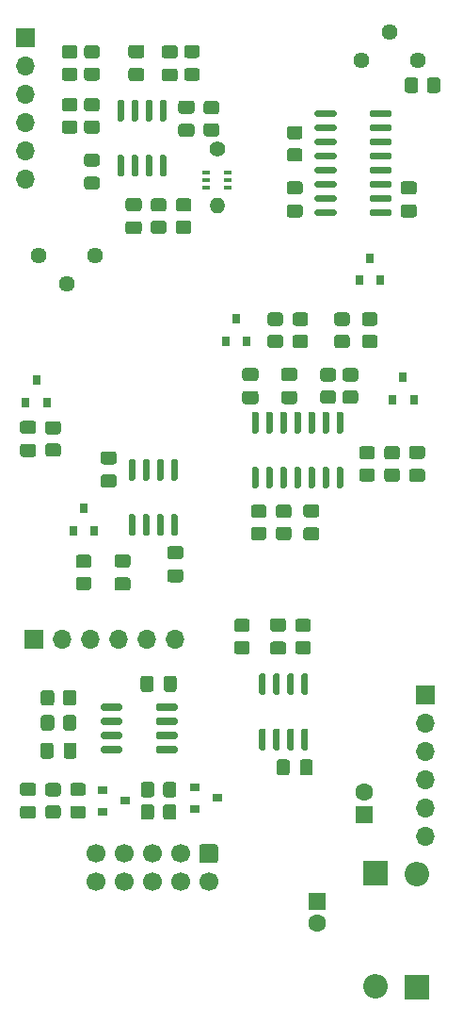
<source format=gbr>
%TF.GenerationSoftware,KiCad,Pcbnew,5.1.8*%
%TF.CreationDate,2020-12-05T20:58:01+00:00*%
%TF.ProjectId,oscillator_prototype,6f736369-6c6c-4617-946f-725f70726f74,rev?*%
%TF.SameCoordinates,Original*%
%TF.FileFunction,Soldermask,Top*%
%TF.FilePolarity,Negative*%
%FSLAX46Y46*%
G04 Gerber Fmt 4.6, Leading zero omitted, Abs format (unit mm)*
G04 Created by KiCad (PCBNEW 5.1.8) date 2020-12-05 20:58:01*
%MOMM*%
%LPD*%
G01*
G04 APERTURE LIST*
%ADD10R,0.800000X0.900000*%
%ADD11R,1.700000X1.700000*%
%ADD12O,1.700000X1.700000*%
%ADD13C,1.700000*%
%ADD14C,1.400000*%
%ADD15O,1.400000X1.400000*%
%ADD16R,0.650000X0.400000*%
%ADD17C,1.600000*%
%ADD18R,1.600000X1.600000*%
%ADD19C,1.440000*%
%ADD20O,2.200000X2.200000*%
%ADD21R,2.200000X2.200000*%
%ADD22R,0.900000X0.800000*%
G04 APERTURE END LIST*
%TO.C,C12*%
G36*
G01*
X122275000Y-89875000D02*
X123225000Y-89875000D01*
G75*
G02*
X123475000Y-90125000I0J-250000D01*
G01*
X123475000Y-90800000D01*
G75*
G02*
X123225000Y-91050000I-250000J0D01*
G01*
X122275000Y-91050000D01*
G75*
G02*
X122025000Y-90800000I0J250000D01*
G01*
X122025000Y-90125000D01*
G75*
G02*
X122275000Y-89875000I250000J0D01*
G01*
G37*
G36*
G01*
X122275000Y-91950000D02*
X123225000Y-91950000D01*
G75*
G02*
X123475000Y-92200000I0J-250000D01*
G01*
X123475000Y-92875000D01*
G75*
G02*
X123225000Y-93125000I-250000J0D01*
G01*
X122275000Y-93125000D01*
G75*
G02*
X122025000Y-92875000I0J250000D01*
G01*
X122025000Y-92200000D01*
G75*
G02*
X122275000Y-91950000I250000J0D01*
G01*
G37*
%TD*%
%TO.C,R28*%
G36*
G01*
X130450001Y-87850000D02*
X129549999Y-87850000D01*
G75*
G02*
X129300000Y-87600001I0J249999D01*
G01*
X129300000Y-86899999D01*
G75*
G02*
X129549999Y-86650000I249999J0D01*
G01*
X130450001Y-86650000D01*
G75*
G02*
X130700000Y-86899999I0J-249999D01*
G01*
X130700000Y-87600001D01*
G75*
G02*
X130450001Y-87850000I-249999J0D01*
G01*
G37*
G36*
G01*
X130450001Y-85850000D02*
X129549999Y-85850000D01*
G75*
G02*
X129300000Y-85600001I0J249999D01*
G01*
X129300000Y-84899999D01*
G75*
G02*
X129549999Y-84650000I249999J0D01*
G01*
X130450001Y-84650000D01*
G75*
G02*
X130700000Y-84899999I0J-249999D01*
G01*
X130700000Y-85600001D01*
G75*
G02*
X130450001Y-85850000I-249999J0D01*
G01*
G37*
%TD*%
%TO.C,R32*%
G36*
G01*
X101799999Y-94400000D02*
X102700001Y-94400000D01*
G75*
G02*
X102950000Y-94649999I0J-249999D01*
G01*
X102950000Y-95350001D01*
G75*
G02*
X102700001Y-95600000I-249999J0D01*
G01*
X101799999Y-95600000D01*
G75*
G02*
X101550000Y-95350001I0J249999D01*
G01*
X101550000Y-94649999D01*
G75*
G02*
X101799999Y-94400000I249999J0D01*
G01*
G37*
G36*
G01*
X101799999Y-96400000D02*
X102700001Y-96400000D01*
G75*
G02*
X102950000Y-96649999I0J-249999D01*
G01*
X102950000Y-97350001D01*
G75*
G02*
X102700001Y-97600000I-249999J0D01*
G01*
X101799999Y-97600000D01*
G75*
G02*
X101550000Y-97350001I0J249999D01*
G01*
X101550000Y-96649999D01*
G75*
G02*
X101799999Y-96400000I249999J0D01*
G01*
G37*
%TD*%
D10*
%TO.C,U5*%
X98000000Y-78750000D03*
X98950000Y-80750000D03*
X97050000Y-80750000D03*
%TD*%
%TO.C,U6*%
G36*
G01*
X118495000Y-111950000D02*
X118195000Y-111950000D01*
G75*
G02*
X118045000Y-111800000I0J150000D01*
G01*
X118045000Y-110150000D01*
G75*
G02*
X118195000Y-110000000I150000J0D01*
G01*
X118495000Y-110000000D01*
G75*
G02*
X118645000Y-110150000I0J-150000D01*
G01*
X118645000Y-111800000D01*
G75*
G02*
X118495000Y-111950000I-150000J0D01*
G01*
G37*
G36*
G01*
X119765000Y-111950000D02*
X119465000Y-111950000D01*
G75*
G02*
X119315000Y-111800000I0J150000D01*
G01*
X119315000Y-110150000D01*
G75*
G02*
X119465000Y-110000000I150000J0D01*
G01*
X119765000Y-110000000D01*
G75*
G02*
X119915000Y-110150000I0J-150000D01*
G01*
X119915000Y-111800000D01*
G75*
G02*
X119765000Y-111950000I-150000J0D01*
G01*
G37*
G36*
G01*
X121035000Y-111950000D02*
X120735000Y-111950000D01*
G75*
G02*
X120585000Y-111800000I0J150000D01*
G01*
X120585000Y-110150000D01*
G75*
G02*
X120735000Y-110000000I150000J0D01*
G01*
X121035000Y-110000000D01*
G75*
G02*
X121185000Y-110150000I0J-150000D01*
G01*
X121185000Y-111800000D01*
G75*
G02*
X121035000Y-111950000I-150000J0D01*
G01*
G37*
G36*
G01*
X122305000Y-111950000D02*
X122005000Y-111950000D01*
G75*
G02*
X121855000Y-111800000I0J150000D01*
G01*
X121855000Y-110150000D01*
G75*
G02*
X122005000Y-110000000I150000J0D01*
G01*
X122305000Y-110000000D01*
G75*
G02*
X122455000Y-110150000I0J-150000D01*
G01*
X122455000Y-111800000D01*
G75*
G02*
X122305000Y-111950000I-150000J0D01*
G01*
G37*
G36*
G01*
X122305000Y-107000000D02*
X122005000Y-107000000D01*
G75*
G02*
X121855000Y-106850000I0J150000D01*
G01*
X121855000Y-105200000D01*
G75*
G02*
X122005000Y-105050000I150000J0D01*
G01*
X122305000Y-105050000D01*
G75*
G02*
X122455000Y-105200000I0J-150000D01*
G01*
X122455000Y-106850000D01*
G75*
G02*
X122305000Y-107000000I-150000J0D01*
G01*
G37*
G36*
G01*
X121035000Y-107000000D02*
X120735000Y-107000000D01*
G75*
G02*
X120585000Y-106850000I0J150000D01*
G01*
X120585000Y-105200000D01*
G75*
G02*
X120735000Y-105050000I150000J0D01*
G01*
X121035000Y-105050000D01*
G75*
G02*
X121185000Y-105200000I0J-150000D01*
G01*
X121185000Y-106850000D01*
G75*
G02*
X121035000Y-107000000I-150000J0D01*
G01*
G37*
G36*
G01*
X119765000Y-107000000D02*
X119465000Y-107000000D01*
G75*
G02*
X119315000Y-106850000I0J150000D01*
G01*
X119315000Y-105200000D01*
G75*
G02*
X119465000Y-105050000I150000J0D01*
G01*
X119765000Y-105050000D01*
G75*
G02*
X119915000Y-105200000I0J-150000D01*
G01*
X119915000Y-106850000D01*
G75*
G02*
X119765000Y-107000000I-150000J0D01*
G01*
G37*
G36*
G01*
X118495000Y-107000000D02*
X118195000Y-107000000D01*
G75*
G02*
X118045000Y-106850000I0J150000D01*
G01*
X118045000Y-105200000D01*
G75*
G02*
X118195000Y-105050000I150000J0D01*
G01*
X118495000Y-105050000D01*
G75*
G02*
X118645000Y-105200000I0J-150000D01*
G01*
X118645000Y-106850000D01*
G75*
G02*
X118495000Y-107000000I-150000J0D01*
G01*
G37*
%TD*%
D11*
%TO.C,J14*%
X97000000Y-48000000D03*
D12*
X97000000Y-50540000D03*
X97000000Y-53080000D03*
X97000000Y-55620000D03*
X97000000Y-58160000D03*
X97000000Y-60700000D03*
%TD*%
%TO.C,C17*%
G36*
G01*
X106225000Y-95550000D02*
X105275000Y-95550000D01*
G75*
G02*
X105025000Y-95300000I0J250000D01*
G01*
X105025000Y-94625000D01*
G75*
G02*
X105275000Y-94375000I250000J0D01*
G01*
X106225000Y-94375000D01*
G75*
G02*
X106475000Y-94625000I0J-250000D01*
G01*
X106475000Y-95300000D01*
G75*
G02*
X106225000Y-95550000I-250000J0D01*
G01*
G37*
G36*
G01*
X106225000Y-97625000D02*
X105275000Y-97625000D01*
G75*
G02*
X105025000Y-97375000I0J250000D01*
G01*
X105025000Y-96700000D01*
G75*
G02*
X105275000Y-96450000I250000J0D01*
G01*
X106225000Y-96450000D01*
G75*
G02*
X106475000Y-96700000I0J-250000D01*
G01*
X106475000Y-97375000D01*
G75*
G02*
X106225000Y-97625000I-250000J0D01*
G01*
G37*
%TD*%
%TO.C,R17*%
G36*
G01*
X99049999Y-84400000D02*
X99950001Y-84400000D01*
G75*
G02*
X100200000Y-84649999I0J-249999D01*
G01*
X100200000Y-85350001D01*
G75*
G02*
X99950001Y-85600000I-249999J0D01*
G01*
X99049999Y-85600000D01*
G75*
G02*
X98800000Y-85350001I0J249999D01*
G01*
X98800000Y-84649999D01*
G75*
G02*
X99049999Y-84400000I249999J0D01*
G01*
G37*
G36*
G01*
X99049999Y-82400000D02*
X99950001Y-82400000D01*
G75*
G02*
X100200000Y-82649999I0J-249999D01*
G01*
X100200000Y-83350001D01*
G75*
G02*
X99950001Y-83600000I-249999J0D01*
G01*
X99049999Y-83600000D01*
G75*
G02*
X98800000Y-83350001I0J249999D01*
G01*
X98800000Y-82649999D01*
G75*
G02*
X99049999Y-82400000I249999J0D01*
G01*
G37*
%TD*%
%TO.C,J7*%
G36*
G01*
X112900000Y-120400000D02*
X114100000Y-120400000D01*
G75*
G02*
X114350000Y-120650000I0J-250000D01*
G01*
X114350000Y-121850000D01*
G75*
G02*
X114100000Y-122100000I-250000J0D01*
G01*
X112900000Y-122100000D01*
G75*
G02*
X112650000Y-121850000I0J250000D01*
G01*
X112650000Y-120650000D01*
G75*
G02*
X112900000Y-120400000I250000J0D01*
G01*
G37*
D13*
X110960000Y-121250000D03*
X108420000Y-121250000D03*
X105880000Y-121250000D03*
X103340000Y-121250000D03*
X113500000Y-123790000D03*
X110960000Y-123790000D03*
X108420000Y-123790000D03*
X105880000Y-123790000D03*
X103340000Y-123790000D03*
%TD*%
%TO.C,R6*%
G36*
G01*
X103450001Y-49850000D02*
X102549999Y-49850000D01*
G75*
G02*
X102300000Y-49600001I0J249999D01*
G01*
X102300000Y-48899999D01*
G75*
G02*
X102549999Y-48650000I249999J0D01*
G01*
X103450001Y-48650000D01*
G75*
G02*
X103700000Y-48899999I0J-249999D01*
G01*
X103700000Y-49600001D01*
G75*
G02*
X103450001Y-49850000I-249999J0D01*
G01*
G37*
G36*
G01*
X103450001Y-51850000D02*
X102549999Y-51850000D01*
G75*
G02*
X102300000Y-51600001I0J249999D01*
G01*
X102300000Y-50899999D01*
G75*
G02*
X102549999Y-50650000I249999J0D01*
G01*
X103450001Y-50650000D01*
G75*
G02*
X103700000Y-50899999I0J-249999D01*
G01*
X103700000Y-51600001D01*
G75*
G02*
X103450001Y-51850000I-249999J0D01*
G01*
G37*
%TD*%
D10*
%TO.C,U10*%
X130050000Y-80500000D03*
X131950000Y-80500000D03*
X131000000Y-78500000D03*
%TD*%
%TO.C,U11*%
X101300000Y-92250000D03*
X103200000Y-92250000D03*
X102250000Y-90250000D03*
%TD*%
%TO.C,C16*%
G36*
G01*
X132725000Y-87875000D02*
X131775000Y-87875000D01*
G75*
G02*
X131525000Y-87625000I0J250000D01*
G01*
X131525000Y-86950000D01*
G75*
G02*
X131775000Y-86700000I250000J0D01*
G01*
X132725000Y-86700000D01*
G75*
G02*
X132975000Y-86950000I0J-250000D01*
G01*
X132975000Y-87625000D01*
G75*
G02*
X132725000Y-87875000I-250000J0D01*
G01*
G37*
G36*
G01*
X132725000Y-85800000D02*
X131775000Y-85800000D01*
G75*
G02*
X131525000Y-85550000I0J250000D01*
G01*
X131525000Y-84875000D01*
G75*
G02*
X131775000Y-84625000I250000J0D01*
G01*
X132725000Y-84625000D01*
G75*
G02*
X132975000Y-84875000I0J-250000D01*
G01*
X132975000Y-85550000D01*
G75*
G02*
X132725000Y-85800000I-250000J0D01*
G01*
G37*
%TD*%
%TO.C,R2*%
G36*
G01*
X125799999Y-79650000D02*
X126700001Y-79650000D01*
G75*
G02*
X126950000Y-79899999I0J-249999D01*
G01*
X126950000Y-80600001D01*
G75*
G02*
X126700001Y-80850000I-249999J0D01*
G01*
X125799999Y-80850000D01*
G75*
G02*
X125550000Y-80600001I0J249999D01*
G01*
X125550000Y-79899999D01*
G75*
G02*
X125799999Y-79650000I249999J0D01*
G01*
G37*
G36*
G01*
X125799999Y-77650000D02*
X126700001Y-77650000D01*
G75*
G02*
X126950000Y-77899999I0J-249999D01*
G01*
X126950000Y-78600001D01*
G75*
G02*
X126700001Y-78850000I-249999J0D01*
G01*
X125799999Y-78850000D01*
G75*
G02*
X125550000Y-78600001I0J249999D01*
G01*
X125550000Y-77899999D01*
G75*
G02*
X125799999Y-77650000I249999J0D01*
G01*
G37*
%TD*%
%TO.C,C7*%
G36*
G01*
X96775000Y-84450000D02*
X97725000Y-84450000D01*
G75*
G02*
X97975000Y-84700000I0J-250000D01*
G01*
X97975000Y-85375000D01*
G75*
G02*
X97725000Y-85625000I-250000J0D01*
G01*
X96775000Y-85625000D01*
G75*
G02*
X96525000Y-85375000I0J250000D01*
G01*
X96525000Y-84700000D01*
G75*
G02*
X96775000Y-84450000I250000J0D01*
G01*
G37*
G36*
G01*
X96775000Y-82375000D02*
X97725000Y-82375000D01*
G75*
G02*
X97975000Y-82625000I0J-250000D01*
G01*
X97975000Y-83300000D01*
G75*
G02*
X97725000Y-83550000I-250000J0D01*
G01*
X96775000Y-83550000D01*
G75*
G02*
X96525000Y-83300000I0J250000D01*
G01*
X96525000Y-82625000D01*
G75*
G02*
X96775000Y-82375000I250000J0D01*
G01*
G37*
%TD*%
%TO.C,C19*%
G36*
G01*
X100450000Y-112475000D02*
X100450000Y-111525000D01*
G75*
G02*
X100700000Y-111275000I250000J0D01*
G01*
X101375000Y-111275000D01*
G75*
G02*
X101625000Y-111525000I0J-250000D01*
G01*
X101625000Y-112475000D01*
G75*
G02*
X101375000Y-112725000I-250000J0D01*
G01*
X100700000Y-112725000D01*
G75*
G02*
X100450000Y-112475000I0J250000D01*
G01*
G37*
G36*
G01*
X98375000Y-112475000D02*
X98375000Y-111525000D01*
G75*
G02*
X98625000Y-111275000I250000J0D01*
G01*
X99300000Y-111275000D01*
G75*
G02*
X99550000Y-111525000I0J-250000D01*
G01*
X99550000Y-112475000D01*
G75*
G02*
X99300000Y-112725000I-250000J0D01*
G01*
X98625000Y-112725000D01*
G75*
G02*
X98375000Y-112475000I0J250000D01*
G01*
G37*
%TD*%
D12*
%TO.C,J12*%
X133000000Y-119700000D03*
X133000000Y-117160000D03*
X133000000Y-114620000D03*
X133000000Y-112080000D03*
X133000000Y-109540000D03*
D11*
X133000000Y-107000000D03*
%TD*%
%TO.C,C1*%
G36*
G01*
X106525000Y-48625000D02*
X107475000Y-48625000D01*
G75*
G02*
X107725000Y-48875000I0J-250000D01*
G01*
X107725000Y-49550000D01*
G75*
G02*
X107475000Y-49800000I-250000J0D01*
G01*
X106525000Y-49800000D01*
G75*
G02*
X106275000Y-49550000I0J250000D01*
G01*
X106275000Y-48875000D01*
G75*
G02*
X106525000Y-48625000I250000J0D01*
G01*
G37*
G36*
G01*
X106525000Y-50700000D02*
X107475000Y-50700000D01*
G75*
G02*
X107725000Y-50950000I0J-250000D01*
G01*
X107725000Y-51625000D01*
G75*
G02*
X107475000Y-51875000I-250000J0D01*
G01*
X106525000Y-51875000D01*
G75*
G02*
X106275000Y-51625000I0J250000D01*
G01*
X106275000Y-50950000D01*
G75*
G02*
X106525000Y-50700000I250000J0D01*
G01*
G37*
%TD*%
%TO.C,U1*%
G36*
G01*
X105745000Y-60450000D02*
X105445000Y-60450000D01*
G75*
G02*
X105295000Y-60300000I0J150000D01*
G01*
X105295000Y-58650000D01*
G75*
G02*
X105445000Y-58500000I150000J0D01*
G01*
X105745000Y-58500000D01*
G75*
G02*
X105895000Y-58650000I0J-150000D01*
G01*
X105895000Y-60300000D01*
G75*
G02*
X105745000Y-60450000I-150000J0D01*
G01*
G37*
G36*
G01*
X107015000Y-60450000D02*
X106715000Y-60450000D01*
G75*
G02*
X106565000Y-60300000I0J150000D01*
G01*
X106565000Y-58650000D01*
G75*
G02*
X106715000Y-58500000I150000J0D01*
G01*
X107015000Y-58500000D01*
G75*
G02*
X107165000Y-58650000I0J-150000D01*
G01*
X107165000Y-60300000D01*
G75*
G02*
X107015000Y-60450000I-150000J0D01*
G01*
G37*
G36*
G01*
X108285000Y-60450000D02*
X107985000Y-60450000D01*
G75*
G02*
X107835000Y-60300000I0J150000D01*
G01*
X107835000Y-58650000D01*
G75*
G02*
X107985000Y-58500000I150000J0D01*
G01*
X108285000Y-58500000D01*
G75*
G02*
X108435000Y-58650000I0J-150000D01*
G01*
X108435000Y-60300000D01*
G75*
G02*
X108285000Y-60450000I-150000J0D01*
G01*
G37*
G36*
G01*
X109555000Y-60450000D02*
X109255000Y-60450000D01*
G75*
G02*
X109105000Y-60300000I0J150000D01*
G01*
X109105000Y-58650000D01*
G75*
G02*
X109255000Y-58500000I150000J0D01*
G01*
X109555000Y-58500000D01*
G75*
G02*
X109705000Y-58650000I0J-150000D01*
G01*
X109705000Y-60300000D01*
G75*
G02*
X109555000Y-60450000I-150000J0D01*
G01*
G37*
G36*
G01*
X109555000Y-55500000D02*
X109255000Y-55500000D01*
G75*
G02*
X109105000Y-55350000I0J150000D01*
G01*
X109105000Y-53700000D01*
G75*
G02*
X109255000Y-53550000I150000J0D01*
G01*
X109555000Y-53550000D01*
G75*
G02*
X109705000Y-53700000I0J-150000D01*
G01*
X109705000Y-55350000D01*
G75*
G02*
X109555000Y-55500000I-150000J0D01*
G01*
G37*
G36*
G01*
X108285000Y-55500000D02*
X107985000Y-55500000D01*
G75*
G02*
X107835000Y-55350000I0J150000D01*
G01*
X107835000Y-53700000D01*
G75*
G02*
X107985000Y-53550000I150000J0D01*
G01*
X108285000Y-53550000D01*
G75*
G02*
X108435000Y-53700000I0J-150000D01*
G01*
X108435000Y-55350000D01*
G75*
G02*
X108285000Y-55500000I-150000J0D01*
G01*
G37*
G36*
G01*
X107015000Y-55500000D02*
X106715000Y-55500000D01*
G75*
G02*
X106565000Y-55350000I0J150000D01*
G01*
X106565000Y-53700000D01*
G75*
G02*
X106715000Y-53550000I150000J0D01*
G01*
X107015000Y-53550000D01*
G75*
G02*
X107165000Y-53700000I0J-150000D01*
G01*
X107165000Y-55350000D01*
G75*
G02*
X107015000Y-55500000I-150000J0D01*
G01*
G37*
G36*
G01*
X105745000Y-55500000D02*
X105445000Y-55500000D01*
G75*
G02*
X105295000Y-55350000I0J150000D01*
G01*
X105295000Y-53700000D01*
G75*
G02*
X105445000Y-53550000I150000J0D01*
G01*
X105745000Y-53550000D01*
G75*
G02*
X105895000Y-53700000I0J-150000D01*
G01*
X105895000Y-55350000D01*
G75*
G02*
X105745000Y-55500000I-150000J0D01*
G01*
G37*
%TD*%
%TO.C,C6*%
G36*
G01*
X110475000Y-49837500D02*
X109525000Y-49837500D01*
G75*
G02*
X109275000Y-49587500I0J250000D01*
G01*
X109275000Y-48912500D01*
G75*
G02*
X109525000Y-48662500I250000J0D01*
G01*
X110475000Y-48662500D01*
G75*
G02*
X110725000Y-48912500I0J-250000D01*
G01*
X110725000Y-49587500D01*
G75*
G02*
X110475000Y-49837500I-250000J0D01*
G01*
G37*
G36*
G01*
X110475000Y-51912500D02*
X109525000Y-51912500D01*
G75*
G02*
X109275000Y-51662500I0J250000D01*
G01*
X109275000Y-50987500D01*
G75*
G02*
X109525000Y-50737500I250000J0D01*
G01*
X110475000Y-50737500D01*
G75*
G02*
X110725000Y-50987500I0J-250000D01*
G01*
X110725000Y-51662500D01*
G75*
G02*
X110475000Y-51912500I-250000J0D01*
G01*
G37*
%TD*%
%TO.C,C15*%
G36*
G01*
X107225000Y-65625000D02*
X106275000Y-65625000D01*
G75*
G02*
X106025000Y-65375000I0J250000D01*
G01*
X106025000Y-64700000D01*
G75*
G02*
X106275000Y-64450000I250000J0D01*
G01*
X107225000Y-64450000D01*
G75*
G02*
X107475000Y-64700000I0J-250000D01*
G01*
X107475000Y-65375000D01*
G75*
G02*
X107225000Y-65625000I-250000J0D01*
G01*
G37*
G36*
G01*
X107225000Y-63550000D02*
X106275000Y-63550000D01*
G75*
G02*
X106025000Y-63300000I0J250000D01*
G01*
X106025000Y-62625000D01*
G75*
G02*
X106275000Y-62375000I250000J0D01*
G01*
X107225000Y-62375000D01*
G75*
G02*
X107475000Y-62625000I0J-250000D01*
G01*
X107475000Y-63300000D01*
G75*
G02*
X107225000Y-63550000I-250000J0D01*
G01*
G37*
%TD*%
%TO.C,R29*%
G36*
G01*
X103450001Y-54600000D02*
X102549999Y-54600000D01*
G75*
G02*
X102300000Y-54350001I0J249999D01*
G01*
X102300000Y-53649999D01*
G75*
G02*
X102549999Y-53400000I249999J0D01*
G01*
X103450001Y-53400000D01*
G75*
G02*
X103700000Y-53649999I0J-249999D01*
G01*
X103700000Y-54350001D01*
G75*
G02*
X103450001Y-54600000I-249999J0D01*
G01*
G37*
G36*
G01*
X103450001Y-56600000D02*
X102549999Y-56600000D01*
G75*
G02*
X102300000Y-56350001I0J249999D01*
G01*
X102300000Y-55649999D01*
G75*
G02*
X102549999Y-55400000I249999J0D01*
G01*
X103450001Y-55400000D01*
G75*
G02*
X103700000Y-55649999I0J-249999D01*
G01*
X103700000Y-56350001D01*
G75*
G02*
X103450001Y-56600000I-249999J0D01*
G01*
G37*
%TD*%
%TO.C,R25*%
G36*
G01*
X99950001Y-116100000D02*
X99049999Y-116100000D01*
G75*
G02*
X98800000Y-115850001I0J249999D01*
G01*
X98800000Y-115149999D01*
G75*
G02*
X99049999Y-114900000I249999J0D01*
G01*
X99950001Y-114900000D01*
G75*
G02*
X100200000Y-115149999I0J-249999D01*
G01*
X100200000Y-115850001D01*
G75*
G02*
X99950001Y-116100000I-249999J0D01*
G01*
G37*
G36*
G01*
X99950001Y-118100000D02*
X99049999Y-118100000D01*
G75*
G02*
X98800000Y-117850001I0J249999D01*
G01*
X98800000Y-117149999D01*
G75*
G02*
X99049999Y-116900000I249999J0D01*
G01*
X99950001Y-116900000D01*
G75*
G02*
X100200000Y-117149999I0J-249999D01*
G01*
X100200000Y-117850001D01*
G75*
G02*
X99950001Y-118100000I-249999J0D01*
G01*
G37*
%TD*%
%TO.C,R3*%
G36*
G01*
X101450001Y-49850000D02*
X100549999Y-49850000D01*
G75*
G02*
X100300000Y-49600001I0J249999D01*
G01*
X100300000Y-48899999D01*
G75*
G02*
X100549999Y-48650000I249999J0D01*
G01*
X101450001Y-48650000D01*
G75*
G02*
X101700000Y-48899999I0J-249999D01*
G01*
X101700000Y-49600001D01*
G75*
G02*
X101450001Y-49850000I-249999J0D01*
G01*
G37*
G36*
G01*
X101450001Y-51850000D02*
X100549999Y-51850000D01*
G75*
G02*
X100300000Y-51600001I0J249999D01*
G01*
X100300000Y-50899999D01*
G75*
G02*
X100549999Y-50650000I249999J0D01*
G01*
X101450001Y-50650000D01*
G75*
G02*
X101700000Y-50899999I0J-249999D01*
G01*
X101700000Y-51600001D01*
G75*
G02*
X101450001Y-51850000I-249999J0D01*
G01*
G37*
%TD*%
%TO.C,R7*%
G36*
G01*
X125950001Y-73850000D02*
X125049999Y-73850000D01*
G75*
G02*
X124800000Y-73600001I0J249999D01*
G01*
X124800000Y-72899999D01*
G75*
G02*
X125049999Y-72650000I249999J0D01*
G01*
X125950001Y-72650000D01*
G75*
G02*
X126200000Y-72899999I0J-249999D01*
G01*
X126200000Y-73600001D01*
G75*
G02*
X125950001Y-73850000I-249999J0D01*
G01*
G37*
G36*
G01*
X125950001Y-75850000D02*
X125049999Y-75850000D01*
G75*
G02*
X124800000Y-75600001I0J249999D01*
G01*
X124800000Y-74899999D01*
G75*
G02*
X125049999Y-74650000I249999J0D01*
G01*
X125950001Y-74650000D01*
G75*
G02*
X126200000Y-74899999I0J-249999D01*
G01*
X126200000Y-75600001D01*
G75*
G02*
X125950001Y-75850000I-249999J0D01*
G01*
G37*
%TD*%
%TO.C,D3*%
G36*
G01*
X103450001Y-61600000D02*
X102549999Y-61600000D01*
G75*
G02*
X102300000Y-61350001I0J249999D01*
G01*
X102300000Y-60699999D01*
G75*
G02*
X102549999Y-60450000I249999J0D01*
G01*
X103450001Y-60450000D01*
G75*
G02*
X103700000Y-60699999I0J-249999D01*
G01*
X103700000Y-61350001D01*
G75*
G02*
X103450001Y-61600000I-249999J0D01*
G01*
G37*
G36*
G01*
X103450001Y-59550000D02*
X102549999Y-59550000D01*
G75*
G02*
X102300000Y-59300001I0J249999D01*
G01*
X102300000Y-58649999D01*
G75*
G02*
X102549999Y-58400000I249999J0D01*
G01*
X103450001Y-58400000D01*
G75*
G02*
X103700000Y-58649999I0J-249999D01*
G01*
X103700000Y-59300001D01*
G75*
G02*
X103450001Y-59550000I-249999J0D01*
G01*
G37*
%TD*%
%TO.C,R16*%
G36*
G01*
X119799999Y-89900000D02*
X120700001Y-89900000D01*
G75*
G02*
X120950000Y-90149999I0J-249999D01*
G01*
X120950000Y-90850001D01*
G75*
G02*
X120700001Y-91100000I-249999J0D01*
G01*
X119799999Y-91100000D01*
G75*
G02*
X119550000Y-90850001I0J249999D01*
G01*
X119550000Y-90149999D01*
G75*
G02*
X119799999Y-89900000I249999J0D01*
G01*
G37*
G36*
G01*
X119799999Y-91900000D02*
X120700001Y-91900000D01*
G75*
G02*
X120950000Y-92149999I0J-249999D01*
G01*
X120950000Y-92850001D01*
G75*
G02*
X120700001Y-93100000I-249999J0D01*
G01*
X119799999Y-93100000D01*
G75*
G02*
X119550000Y-92850001I0J249999D01*
G01*
X119550000Y-92149999D01*
G75*
G02*
X119799999Y-91900000I249999J0D01*
G01*
G37*
%TD*%
%TO.C,C20*%
G36*
G01*
X119275000Y-102200000D02*
X120225000Y-102200000D01*
G75*
G02*
X120475000Y-102450000I0J-250000D01*
G01*
X120475000Y-103125000D01*
G75*
G02*
X120225000Y-103375000I-250000J0D01*
G01*
X119275000Y-103375000D01*
G75*
G02*
X119025000Y-103125000I0J250000D01*
G01*
X119025000Y-102450000D01*
G75*
G02*
X119275000Y-102200000I250000J0D01*
G01*
G37*
G36*
G01*
X119275000Y-100125000D02*
X120225000Y-100125000D01*
G75*
G02*
X120475000Y-100375000I0J-250000D01*
G01*
X120475000Y-101050000D01*
G75*
G02*
X120225000Y-101300000I-250000J0D01*
G01*
X119275000Y-101300000D01*
G75*
G02*
X119025000Y-101050000I0J250000D01*
G01*
X119025000Y-100375000D01*
G75*
G02*
X119275000Y-100125000I250000J0D01*
G01*
G37*
%TD*%
D14*
%TO.C,R4*%
X114250000Y-58000000D03*
D15*
X114250000Y-63080000D03*
%TD*%
%TO.C,C21*%
G36*
G01*
X121725000Y-62050000D02*
X120775000Y-62050000D01*
G75*
G02*
X120525000Y-61800000I0J250000D01*
G01*
X120525000Y-61125000D01*
G75*
G02*
X120775000Y-60875000I250000J0D01*
G01*
X121725000Y-60875000D01*
G75*
G02*
X121975000Y-61125000I0J-250000D01*
G01*
X121975000Y-61800000D01*
G75*
G02*
X121725000Y-62050000I-250000J0D01*
G01*
G37*
G36*
G01*
X121725000Y-64125000D02*
X120775000Y-64125000D01*
G75*
G02*
X120525000Y-63875000I0J250000D01*
G01*
X120525000Y-63200000D01*
G75*
G02*
X120775000Y-62950000I250000J0D01*
G01*
X121725000Y-62950000D01*
G75*
G02*
X121975000Y-63200000I0J-250000D01*
G01*
X121975000Y-63875000D01*
G75*
G02*
X121725000Y-64125000I-250000J0D01*
G01*
G37*
%TD*%
%TO.C,R5*%
G36*
G01*
X127299999Y-86650000D02*
X128200001Y-86650000D01*
G75*
G02*
X128450000Y-86899999I0J-249999D01*
G01*
X128450000Y-87600001D01*
G75*
G02*
X128200001Y-87850000I-249999J0D01*
G01*
X127299999Y-87850000D01*
G75*
G02*
X127050000Y-87600001I0J249999D01*
G01*
X127050000Y-86899999D01*
G75*
G02*
X127299999Y-86650000I249999J0D01*
G01*
G37*
G36*
G01*
X127299999Y-84650000D02*
X128200001Y-84650000D01*
G75*
G02*
X128450000Y-84899999I0J-249999D01*
G01*
X128450000Y-85600001D01*
G75*
G02*
X128200001Y-85850000I-249999J0D01*
G01*
X127299999Y-85850000D01*
G75*
G02*
X127050000Y-85600001I0J249999D01*
G01*
X127050000Y-84899999D01*
G75*
G02*
X127299999Y-84650000I249999J0D01*
G01*
G37*
%TD*%
%TO.C,R9*%
G36*
G01*
X127549999Y-72650000D02*
X128450001Y-72650000D01*
G75*
G02*
X128700000Y-72899999I0J-249999D01*
G01*
X128700000Y-73600001D01*
G75*
G02*
X128450001Y-73850000I-249999J0D01*
G01*
X127549999Y-73850000D01*
G75*
G02*
X127300000Y-73600001I0J249999D01*
G01*
X127300000Y-72899999D01*
G75*
G02*
X127549999Y-72650000I249999J0D01*
G01*
G37*
G36*
G01*
X127549999Y-74650000D02*
X128450001Y-74650000D01*
G75*
G02*
X128700000Y-74899999I0J-249999D01*
G01*
X128700000Y-75600001D01*
G75*
G02*
X128450001Y-75850000I-249999J0D01*
G01*
X127549999Y-75850000D01*
G75*
G02*
X127300000Y-75600001I0J249999D01*
G01*
X127300000Y-74899999D01*
G75*
G02*
X127549999Y-74650000I249999J0D01*
G01*
G37*
%TD*%
%TO.C,C22*%
G36*
G01*
X120275000Y-79700000D02*
X121225000Y-79700000D01*
G75*
G02*
X121475000Y-79950000I0J-250000D01*
G01*
X121475000Y-80625000D01*
G75*
G02*
X121225000Y-80875000I-250000J0D01*
G01*
X120275000Y-80875000D01*
G75*
G02*
X120025000Y-80625000I0J250000D01*
G01*
X120025000Y-79950000D01*
G75*
G02*
X120275000Y-79700000I250000J0D01*
G01*
G37*
G36*
G01*
X120275000Y-77625000D02*
X121225000Y-77625000D01*
G75*
G02*
X121475000Y-77875000I0J-250000D01*
G01*
X121475000Y-78550000D01*
G75*
G02*
X121225000Y-78800000I-250000J0D01*
G01*
X120275000Y-78800000D01*
G75*
G02*
X120025000Y-78550000I0J250000D01*
G01*
X120025000Y-77875000D01*
G75*
G02*
X120275000Y-77625000I250000J0D01*
G01*
G37*
%TD*%
%TO.C,U2*%
G36*
G01*
X117840000Y-88450000D02*
X117540000Y-88450000D01*
G75*
G02*
X117390000Y-88300000I0J150000D01*
G01*
X117390000Y-86650000D01*
G75*
G02*
X117540000Y-86500000I150000J0D01*
G01*
X117840000Y-86500000D01*
G75*
G02*
X117990000Y-86650000I0J-150000D01*
G01*
X117990000Y-88300000D01*
G75*
G02*
X117840000Y-88450000I-150000J0D01*
G01*
G37*
G36*
G01*
X119110000Y-88450000D02*
X118810000Y-88450000D01*
G75*
G02*
X118660000Y-88300000I0J150000D01*
G01*
X118660000Y-86650000D01*
G75*
G02*
X118810000Y-86500000I150000J0D01*
G01*
X119110000Y-86500000D01*
G75*
G02*
X119260000Y-86650000I0J-150000D01*
G01*
X119260000Y-88300000D01*
G75*
G02*
X119110000Y-88450000I-150000J0D01*
G01*
G37*
G36*
G01*
X120380000Y-88450000D02*
X120080000Y-88450000D01*
G75*
G02*
X119930000Y-88300000I0J150000D01*
G01*
X119930000Y-86650000D01*
G75*
G02*
X120080000Y-86500000I150000J0D01*
G01*
X120380000Y-86500000D01*
G75*
G02*
X120530000Y-86650000I0J-150000D01*
G01*
X120530000Y-88300000D01*
G75*
G02*
X120380000Y-88450000I-150000J0D01*
G01*
G37*
G36*
G01*
X121650000Y-88450000D02*
X121350000Y-88450000D01*
G75*
G02*
X121200000Y-88300000I0J150000D01*
G01*
X121200000Y-86650000D01*
G75*
G02*
X121350000Y-86500000I150000J0D01*
G01*
X121650000Y-86500000D01*
G75*
G02*
X121800000Y-86650000I0J-150000D01*
G01*
X121800000Y-88300000D01*
G75*
G02*
X121650000Y-88450000I-150000J0D01*
G01*
G37*
G36*
G01*
X122920000Y-88450000D02*
X122620000Y-88450000D01*
G75*
G02*
X122470000Y-88300000I0J150000D01*
G01*
X122470000Y-86650000D01*
G75*
G02*
X122620000Y-86500000I150000J0D01*
G01*
X122920000Y-86500000D01*
G75*
G02*
X123070000Y-86650000I0J-150000D01*
G01*
X123070000Y-88300000D01*
G75*
G02*
X122920000Y-88450000I-150000J0D01*
G01*
G37*
G36*
G01*
X124190000Y-88450000D02*
X123890000Y-88450000D01*
G75*
G02*
X123740000Y-88300000I0J150000D01*
G01*
X123740000Y-86650000D01*
G75*
G02*
X123890000Y-86500000I150000J0D01*
G01*
X124190000Y-86500000D01*
G75*
G02*
X124340000Y-86650000I0J-150000D01*
G01*
X124340000Y-88300000D01*
G75*
G02*
X124190000Y-88450000I-150000J0D01*
G01*
G37*
G36*
G01*
X125460000Y-88450000D02*
X125160000Y-88450000D01*
G75*
G02*
X125010000Y-88300000I0J150000D01*
G01*
X125010000Y-86650000D01*
G75*
G02*
X125160000Y-86500000I150000J0D01*
G01*
X125460000Y-86500000D01*
G75*
G02*
X125610000Y-86650000I0J-150000D01*
G01*
X125610000Y-88300000D01*
G75*
G02*
X125460000Y-88450000I-150000J0D01*
G01*
G37*
G36*
G01*
X125460000Y-83500000D02*
X125160000Y-83500000D01*
G75*
G02*
X125010000Y-83350000I0J150000D01*
G01*
X125010000Y-81700000D01*
G75*
G02*
X125160000Y-81550000I150000J0D01*
G01*
X125460000Y-81550000D01*
G75*
G02*
X125610000Y-81700000I0J-150000D01*
G01*
X125610000Y-83350000D01*
G75*
G02*
X125460000Y-83500000I-150000J0D01*
G01*
G37*
G36*
G01*
X124190000Y-83500000D02*
X123890000Y-83500000D01*
G75*
G02*
X123740000Y-83350000I0J150000D01*
G01*
X123740000Y-81700000D01*
G75*
G02*
X123890000Y-81550000I150000J0D01*
G01*
X124190000Y-81550000D01*
G75*
G02*
X124340000Y-81700000I0J-150000D01*
G01*
X124340000Y-83350000D01*
G75*
G02*
X124190000Y-83500000I-150000J0D01*
G01*
G37*
G36*
G01*
X122920000Y-83500000D02*
X122620000Y-83500000D01*
G75*
G02*
X122470000Y-83350000I0J150000D01*
G01*
X122470000Y-81700000D01*
G75*
G02*
X122620000Y-81550000I150000J0D01*
G01*
X122920000Y-81550000D01*
G75*
G02*
X123070000Y-81700000I0J-150000D01*
G01*
X123070000Y-83350000D01*
G75*
G02*
X122920000Y-83500000I-150000J0D01*
G01*
G37*
G36*
G01*
X121650000Y-83500000D02*
X121350000Y-83500000D01*
G75*
G02*
X121200000Y-83350000I0J150000D01*
G01*
X121200000Y-81700000D01*
G75*
G02*
X121350000Y-81550000I150000J0D01*
G01*
X121650000Y-81550000D01*
G75*
G02*
X121800000Y-81700000I0J-150000D01*
G01*
X121800000Y-83350000D01*
G75*
G02*
X121650000Y-83500000I-150000J0D01*
G01*
G37*
G36*
G01*
X120380000Y-83500000D02*
X120080000Y-83500000D01*
G75*
G02*
X119930000Y-83350000I0J150000D01*
G01*
X119930000Y-81700000D01*
G75*
G02*
X120080000Y-81550000I150000J0D01*
G01*
X120380000Y-81550000D01*
G75*
G02*
X120530000Y-81700000I0J-150000D01*
G01*
X120530000Y-83350000D01*
G75*
G02*
X120380000Y-83500000I-150000J0D01*
G01*
G37*
G36*
G01*
X119110000Y-83500000D02*
X118810000Y-83500000D01*
G75*
G02*
X118660000Y-83350000I0J150000D01*
G01*
X118660000Y-81700000D01*
G75*
G02*
X118810000Y-81550000I150000J0D01*
G01*
X119110000Y-81550000D01*
G75*
G02*
X119260000Y-81700000I0J-150000D01*
G01*
X119260000Y-83350000D01*
G75*
G02*
X119110000Y-83500000I-150000J0D01*
G01*
G37*
G36*
G01*
X117840000Y-83500000D02*
X117540000Y-83500000D01*
G75*
G02*
X117390000Y-83350000I0J150000D01*
G01*
X117390000Y-81700000D01*
G75*
G02*
X117540000Y-81550000I150000J0D01*
G01*
X117840000Y-81550000D01*
G75*
G02*
X117990000Y-81700000I0J-150000D01*
G01*
X117990000Y-83350000D01*
G75*
G02*
X117840000Y-83500000I-150000J0D01*
G01*
G37*
%TD*%
D10*
%TO.C,Q1*%
X116000000Y-73250000D03*
X116950000Y-75250000D03*
X115050000Y-75250000D03*
%TD*%
%TO.C,R20*%
G36*
G01*
X110799999Y-62400000D02*
X111700001Y-62400000D01*
G75*
G02*
X111950000Y-62649999I0J-249999D01*
G01*
X111950000Y-63350001D01*
G75*
G02*
X111700001Y-63600000I-249999J0D01*
G01*
X110799999Y-63600000D01*
G75*
G02*
X110550000Y-63350001I0J249999D01*
G01*
X110550000Y-62649999D01*
G75*
G02*
X110799999Y-62400000I249999J0D01*
G01*
G37*
G36*
G01*
X110799999Y-64400000D02*
X111700001Y-64400000D01*
G75*
G02*
X111950000Y-64649999I0J-249999D01*
G01*
X111950000Y-65350001D01*
G75*
G02*
X111700001Y-65600000I-249999J0D01*
G01*
X110799999Y-65600000D01*
G75*
G02*
X110550000Y-65350001I0J249999D01*
G01*
X110550000Y-64649999D01*
G75*
G02*
X110799999Y-64400000I249999J0D01*
G01*
G37*
%TD*%
D12*
%TO.C,J10*%
X110450000Y-102000000D03*
X107910000Y-102000000D03*
X105370000Y-102000000D03*
X102830000Y-102000000D03*
X100290000Y-102000000D03*
D11*
X97750000Y-102000000D03*
%TD*%
%TO.C,R23*%
G36*
G01*
X122450001Y-103350000D02*
X121549999Y-103350000D01*
G75*
G02*
X121300000Y-103100001I0J249999D01*
G01*
X121300000Y-102399999D01*
G75*
G02*
X121549999Y-102150000I249999J0D01*
G01*
X122450001Y-102150000D01*
G75*
G02*
X122700000Y-102399999I0J-249999D01*
G01*
X122700000Y-103100001D01*
G75*
G02*
X122450001Y-103350000I-249999J0D01*
G01*
G37*
G36*
G01*
X122450001Y-101350000D02*
X121549999Y-101350000D01*
G75*
G02*
X121300000Y-101100001I0J249999D01*
G01*
X121300000Y-100399999D01*
G75*
G02*
X121549999Y-100150000I249999J0D01*
G01*
X122450001Y-100150000D01*
G75*
G02*
X122700000Y-100399999I0J-249999D01*
G01*
X122700000Y-101100001D01*
G75*
G02*
X122450001Y-101350000I-249999J0D01*
G01*
G37*
%TD*%
%TO.C,C3*%
G36*
G01*
X111025000Y-53625000D02*
X111975000Y-53625000D01*
G75*
G02*
X112225000Y-53875000I0J-250000D01*
G01*
X112225000Y-54550000D01*
G75*
G02*
X111975000Y-54800000I-250000J0D01*
G01*
X111025000Y-54800000D01*
G75*
G02*
X110775000Y-54550000I0J250000D01*
G01*
X110775000Y-53875000D01*
G75*
G02*
X111025000Y-53625000I250000J0D01*
G01*
G37*
G36*
G01*
X111025000Y-55700000D02*
X111975000Y-55700000D01*
G75*
G02*
X112225000Y-55950000I0J-250000D01*
G01*
X112225000Y-56625000D01*
G75*
G02*
X111975000Y-56875000I-250000J0D01*
G01*
X111025000Y-56875000D01*
G75*
G02*
X110775000Y-56625000I0J250000D01*
G01*
X110775000Y-55950000D01*
G75*
G02*
X111025000Y-55700000I250000J0D01*
G01*
G37*
%TD*%
%TO.C,R14*%
G36*
G01*
X100549999Y-53400000D02*
X101450001Y-53400000D01*
G75*
G02*
X101700000Y-53649999I0J-249999D01*
G01*
X101700000Y-54350001D01*
G75*
G02*
X101450001Y-54600000I-249999J0D01*
G01*
X100549999Y-54600000D01*
G75*
G02*
X100300000Y-54350001I0J249999D01*
G01*
X100300000Y-53649999D01*
G75*
G02*
X100549999Y-53400000I249999J0D01*
G01*
G37*
G36*
G01*
X100549999Y-55400000D02*
X101450001Y-55400000D01*
G75*
G02*
X101700000Y-55649999I0J-249999D01*
G01*
X101700000Y-56350001D01*
G75*
G02*
X101450001Y-56600000I-249999J0D01*
G01*
X100549999Y-56600000D01*
G75*
G02*
X100300000Y-56350001I0J249999D01*
G01*
X100300000Y-55649999D01*
G75*
G02*
X100549999Y-55400000I249999J0D01*
G01*
G37*
%TD*%
D16*
%TO.C,Q3*%
X113300000Y-60100000D03*
X113300000Y-61400000D03*
X115200000Y-60750000D03*
X113300000Y-60750000D03*
X115200000Y-61400000D03*
X115200000Y-60100000D03*
%TD*%
D17*
%TO.C,C9*%
X123250000Y-127500000D03*
D18*
X123250000Y-125500000D03*
%TD*%
%TO.C,R13*%
G36*
G01*
X119950001Y-73850000D02*
X119049999Y-73850000D01*
G75*
G02*
X118800000Y-73600001I0J249999D01*
G01*
X118800000Y-72899999D01*
G75*
G02*
X119049999Y-72650000I249999J0D01*
G01*
X119950001Y-72650000D01*
G75*
G02*
X120200000Y-72899999I0J-249999D01*
G01*
X120200000Y-73600001D01*
G75*
G02*
X119950001Y-73850000I-249999J0D01*
G01*
G37*
G36*
G01*
X119950001Y-75850000D02*
X119049999Y-75850000D01*
G75*
G02*
X118800000Y-75600001I0J249999D01*
G01*
X118800000Y-74899999D01*
G75*
G02*
X119049999Y-74650000I249999J0D01*
G01*
X119950001Y-74650000D01*
G75*
G02*
X120200000Y-74899999I0J-249999D01*
G01*
X120200000Y-75600001D01*
G75*
G02*
X119950001Y-75850000I-249999J0D01*
G01*
G37*
%TD*%
%TO.C,C23*%
G36*
G01*
X110975000Y-94800000D02*
X110025000Y-94800000D01*
G75*
G02*
X109775000Y-94550000I0J250000D01*
G01*
X109775000Y-93875000D01*
G75*
G02*
X110025000Y-93625000I250000J0D01*
G01*
X110975000Y-93625000D01*
G75*
G02*
X111225000Y-93875000I0J-250000D01*
G01*
X111225000Y-94550000D01*
G75*
G02*
X110975000Y-94800000I-250000J0D01*
G01*
G37*
G36*
G01*
X110975000Y-96875000D02*
X110025000Y-96875000D01*
G75*
G02*
X109775000Y-96625000I0J250000D01*
G01*
X109775000Y-95950000D01*
G75*
G02*
X110025000Y-95700000I250000J0D01*
G01*
X110975000Y-95700000D01*
G75*
G02*
X111225000Y-95950000I0J-250000D01*
G01*
X111225000Y-96625000D01*
G75*
G02*
X110975000Y-96875000I-250000J0D01*
G01*
G37*
%TD*%
%TO.C,R26*%
G36*
G01*
X109400000Y-115950001D02*
X109400000Y-115049999D01*
G75*
G02*
X109649999Y-114800000I249999J0D01*
G01*
X110350001Y-114800000D01*
G75*
G02*
X110600000Y-115049999I0J-249999D01*
G01*
X110600000Y-115950001D01*
G75*
G02*
X110350001Y-116200000I-249999J0D01*
G01*
X109649999Y-116200000D01*
G75*
G02*
X109400000Y-115950001I0J249999D01*
G01*
G37*
G36*
G01*
X107400000Y-115950001D02*
X107400000Y-115049999D01*
G75*
G02*
X107649999Y-114800000I249999J0D01*
G01*
X108350001Y-114800000D01*
G75*
G02*
X108600000Y-115049999I0J-249999D01*
G01*
X108600000Y-115950001D01*
G75*
G02*
X108350001Y-116200000I-249999J0D01*
G01*
X107649999Y-116200000D01*
G75*
G02*
X107400000Y-115950001I0J249999D01*
G01*
G37*
%TD*%
%TO.C,R27*%
G36*
G01*
X107400000Y-117950001D02*
X107400000Y-117049999D01*
G75*
G02*
X107649999Y-116800000I249999J0D01*
G01*
X108350001Y-116800000D01*
G75*
G02*
X108600000Y-117049999I0J-249999D01*
G01*
X108600000Y-117950001D01*
G75*
G02*
X108350001Y-118200000I-249999J0D01*
G01*
X107649999Y-118200000D01*
G75*
G02*
X107400000Y-117950001I0J249999D01*
G01*
G37*
G36*
G01*
X109400000Y-117950001D02*
X109400000Y-117049999D01*
G75*
G02*
X109649999Y-116800000I249999J0D01*
G01*
X110350001Y-116800000D01*
G75*
G02*
X110600000Y-117049999I0J-249999D01*
G01*
X110600000Y-117950001D01*
G75*
G02*
X110350001Y-118200000I-249999J0D01*
G01*
X109649999Y-118200000D01*
G75*
G02*
X109400000Y-117950001I0J249999D01*
G01*
G37*
%TD*%
%TO.C,C4*%
G36*
G01*
X97725000Y-116050000D02*
X96775000Y-116050000D01*
G75*
G02*
X96525000Y-115800000I0J250000D01*
G01*
X96525000Y-115125000D01*
G75*
G02*
X96775000Y-114875000I250000J0D01*
G01*
X97725000Y-114875000D01*
G75*
G02*
X97975000Y-115125000I0J-250000D01*
G01*
X97975000Y-115800000D01*
G75*
G02*
X97725000Y-116050000I-250000J0D01*
G01*
G37*
G36*
G01*
X97725000Y-118125000D02*
X96775000Y-118125000D01*
G75*
G02*
X96525000Y-117875000I0J250000D01*
G01*
X96525000Y-117200000D01*
G75*
G02*
X96775000Y-116950000I250000J0D01*
G01*
X97725000Y-116950000D01*
G75*
G02*
X97975000Y-117200000I0J-250000D01*
G01*
X97975000Y-117875000D01*
G75*
G02*
X97725000Y-118125000I-250000J0D01*
G01*
G37*
%TD*%
%TO.C,C2*%
G36*
G01*
X117725000Y-80875000D02*
X116775000Y-80875000D01*
G75*
G02*
X116525000Y-80625000I0J250000D01*
G01*
X116525000Y-79950000D01*
G75*
G02*
X116775000Y-79700000I250000J0D01*
G01*
X117725000Y-79700000D01*
G75*
G02*
X117975000Y-79950000I0J-250000D01*
G01*
X117975000Y-80625000D01*
G75*
G02*
X117725000Y-80875000I-250000J0D01*
G01*
G37*
G36*
G01*
X117725000Y-78800000D02*
X116775000Y-78800000D01*
G75*
G02*
X116525000Y-78550000I0J250000D01*
G01*
X116525000Y-77875000D01*
G75*
G02*
X116775000Y-77625000I250000J0D01*
G01*
X117725000Y-77625000D01*
G75*
G02*
X117975000Y-77875000I0J-250000D01*
G01*
X117975000Y-78550000D01*
G75*
G02*
X117725000Y-78800000I-250000J0D01*
G01*
G37*
%TD*%
%TO.C,C10*%
G36*
G01*
X122875000Y-113025000D02*
X122875000Y-113975000D01*
G75*
G02*
X122625000Y-114225000I-250000J0D01*
G01*
X121950000Y-114225000D01*
G75*
G02*
X121700000Y-113975000I0J250000D01*
G01*
X121700000Y-113025000D01*
G75*
G02*
X121950000Y-112775000I250000J0D01*
G01*
X122625000Y-112775000D01*
G75*
G02*
X122875000Y-113025000I0J-250000D01*
G01*
G37*
G36*
G01*
X120800000Y-113025000D02*
X120800000Y-113975000D01*
G75*
G02*
X120550000Y-114225000I-250000J0D01*
G01*
X119875000Y-114225000D01*
G75*
G02*
X119625000Y-113975000I0J250000D01*
G01*
X119625000Y-113025000D01*
G75*
G02*
X119875000Y-112775000I250000J0D01*
G01*
X120550000Y-112775000D01*
G75*
G02*
X120800000Y-113025000I0J-250000D01*
G01*
G37*
%TD*%
%TO.C,R31*%
G36*
G01*
X108549999Y-62400000D02*
X109450001Y-62400000D01*
G75*
G02*
X109700000Y-62649999I0J-249999D01*
G01*
X109700000Y-63350001D01*
G75*
G02*
X109450001Y-63600000I-249999J0D01*
G01*
X108549999Y-63600000D01*
G75*
G02*
X108300000Y-63350001I0J249999D01*
G01*
X108300000Y-62649999D01*
G75*
G02*
X108549999Y-62400000I249999J0D01*
G01*
G37*
G36*
G01*
X108549999Y-64400000D02*
X109450001Y-64400000D01*
G75*
G02*
X109700000Y-64649999I0J-249999D01*
G01*
X109700000Y-65350001D01*
G75*
G02*
X109450001Y-65600000I-249999J0D01*
G01*
X108549999Y-65600000D01*
G75*
G02*
X108300000Y-65350001I0J249999D01*
G01*
X108300000Y-64649999D01*
G75*
G02*
X108549999Y-64400000I249999J0D01*
G01*
G37*
%TD*%
D19*
%TO.C,RV3*%
X127250000Y-50000000D03*
X129790000Y-47460000D03*
X132330000Y-50000000D03*
%TD*%
D10*
%TO.C,Q2*%
X127050000Y-69750000D03*
X128950000Y-69750000D03*
X128000000Y-67750000D03*
%TD*%
%TO.C,C13*%
G36*
G01*
X110625000Y-105525000D02*
X110625000Y-106475000D01*
G75*
G02*
X110375000Y-106725000I-250000J0D01*
G01*
X109700000Y-106725000D01*
G75*
G02*
X109450000Y-106475000I0J250000D01*
G01*
X109450000Y-105525000D01*
G75*
G02*
X109700000Y-105275000I250000J0D01*
G01*
X110375000Y-105275000D01*
G75*
G02*
X110625000Y-105525000I0J-250000D01*
G01*
G37*
G36*
G01*
X108550000Y-105525000D02*
X108550000Y-106475000D01*
G75*
G02*
X108300000Y-106725000I-250000J0D01*
G01*
X107625000Y-106725000D01*
G75*
G02*
X107375000Y-106475000I0J250000D01*
G01*
X107375000Y-105525000D01*
G75*
G02*
X107625000Y-105275000I250000J0D01*
G01*
X108300000Y-105275000D01*
G75*
G02*
X108550000Y-105525000I0J-250000D01*
G01*
G37*
%TD*%
D18*
%TO.C,C18*%
X127500000Y-117750000D03*
D17*
X127500000Y-115750000D03*
%TD*%
D20*
%TO.C,D4*%
X128500000Y-133160000D03*
D21*
X128500000Y-123000000D03*
%TD*%
%TO.C,D2*%
G36*
G01*
X101299999Y-116950000D02*
X102200001Y-116950000D01*
G75*
G02*
X102450000Y-117199999I0J-249999D01*
G01*
X102450000Y-117850001D01*
G75*
G02*
X102200001Y-118100000I-249999J0D01*
G01*
X101299999Y-118100000D01*
G75*
G02*
X101050000Y-117850001I0J249999D01*
G01*
X101050000Y-117199999D01*
G75*
G02*
X101299999Y-116950000I249999J0D01*
G01*
G37*
G36*
G01*
X101299999Y-114900000D02*
X102200001Y-114900000D01*
G75*
G02*
X102450000Y-115149999I0J-249999D01*
G01*
X102450000Y-115800001D01*
G75*
G02*
X102200001Y-116050000I-249999J0D01*
G01*
X101299999Y-116050000D01*
G75*
G02*
X101050000Y-115800001I0J249999D01*
G01*
X101050000Y-115149999D01*
G75*
G02*
X101299999Y-114900000I249999J0D01*
G01*
G37*
%TD*%
%TO.C,R30*%
G36*
G01*
X117549999Y-89900000D02*
X118450001Y-89900000D01*
G75*
G02*
X118700000Y-90149999I0J-249999D01*
G01*
X118700000Y-90850001D01*
G75*
G02*
X118450001Y-91100000I-249999J0D01*
G01*
X117549999Y-91100000D01*
G75*
G02*
X117300000Y-90850001I0J249999D01*
G01*
X117300000Y-90149999D01*
G75*
G02*
X117549999Y-89900000I249999J0D01*
G01*
G37*
G36*
G01*
X117549999Y-91900000D02*
X118450001Y-91900000D01*
G75*
G02*
X118700000Y-92149999I0J-249999D01*
G01*
X118700000Y-92850001D01*
G75*
G02*
X118450001Y-93100000I-249999J0D01*
G01*
X117549999Y-93100000D01*
G75*
G02*
X117300000Y-92850001I0J249999D01*
G01*
X117300000Y-92149999D01*
G75*
G02*
X117549999Y-91900000I249999J0D01*
G01*
G37*
%TD*%
%TO.C,R21*%
G36*
G01*
X98400000Y-107700001D02*
X98400000Y-106799999D01*
G75*
G02*
X98649999Y-106550000I249999J0D01*
G01*
X99350001Y-106550000D01*
G75*
G02*
X99600000Y-106799999I0J-249999D01*
G01*
X99600000Y-107700001D01*
G75*
G02*
X99350001Y-107950000I-249999J0D01*
G01*
X98649999Y-107950000D01*
G75*
G02*
X98400000Y-107700001I0J249999D01*
G01*
G37*
G36*
G01*
X100400000Y-107700001D02*
X100400000Y-106799999D01*
G75*
G02*
X100649999Y-106550000I249999J0D01*
G01*
X101350001Y-106550000D01*
G75*
G02*
X101600000Y-106799999I0J-249999D01*
G01*
X101600000Y-107700001D01*
G75*
G02*
X101350001Y-107950000I-249999J0D01*
G01*
X100649999Y-107950000D01*
G75*
G02*
X100400000Y-107700001I0J249999D01*
G01*
G37*
%TD*%
%TO.C,U7*%
G36*
G01*
X103800000Y-108245000D02*
X103800000Y-107945000D01*
G75*
G02*
X103950000Y-107795000I150000J0D01*
G01*
X105600000Y-107795000D01*
G75*
G02*
X105750000Y-107945000I0J-150000D01*
G01*
X105750000Y-108245000D01*
G75*
G02*
X105600000Y-108395000I-150000J0D01*
G01*
X103950000Y-108395000D01*
G75*
G02*
X103800000Y-108245000I0J150000D01*
G01*
G37*
G36*
G01*
X103800000Y-109515000D02*
X103800000Y-109215000D01*
G75*
G02*
X103950000Y-109065000I150000J0D01*
G01*
X105600000Y-109065000D01*
G75*
G02*
X105750000Y-109215000I0J-150000D01*
G01*
X105750000Y-109515000D01*
G75*
G02*
X105600000Y-109665000I-150000J0D01*
G01*
X103950000Y-109665000D01*
G75*
G02*
X103800000Y-109515000I0J150000D01*
G01*
G37*
G36*
G01*
X103800000Y-110785000D02*
X103800000Y-110485000D01*
G75*
G02*
X103950000Y-110335000I150000J0D01*
G01*
X105600000Y-110335000D01*
G75*
G02*
X105750000Y-110485000I0J-150000D01*
G01*
X105750000Y-110785000D01*
G75*
G02*
X105600000Y-110935000I-150000J0D01*
G01*
X103950000Y-110935000D01*
G75*
G02*
X103800000Y-110785000I0J150000D01*
G01*
G37*
G36*
G01*
X103800000Y-112055000D02*
X103800000Y-111755000D01*
G75*
G02*
X103950000Y-111605000I150000J0D01*
G01*
X105600000Y-111605000D01*
G75*
G02*
X105750000Y-111755000I0J-150000D01*
G01*
X105750000Y-112055000D01*
G75*
G02*
X105600000Y-112205000I-150000J0D01*
G01*
X103950000Y-112205000D01*
G75*
G02*
X103800000Y-112055000I0J150000D01*
G01*
G37*
G36*
G01*
X108750000Y-112055000D02*
X108750000Y-111755000D01*
G75*
G02*
X108900000Y-111605000I150000J0D01*
G01*
X110550000Y-111605000D01*
G75*
G02*
X110700000Y-111755000I0J-150000D01*
G01*
X110700000Y-112055000D01*
G75*
G02*
X110550000Y-112205000I-150000J0D01*
G01*
X108900000Y-112205000D01*
G75*
G02*
X108750000Y-112055000I0J150000D01*
G01*
G37*
G36*
G01*
X108750000Y-110785000D02*
X108750000Y-110485000D01*
G75*
G02*
X108900000Y-110335000I150000J0D01*
G01*
X110550000Y-110335000D01*
G75*
G02*
X110700000Y-110485000I0J-150000D01*
G01*
X110700000Y-110785000D01*
G75*
G02*
X110550000Y-110935000I-150000J0D01*
G01*
X108900000Y-110935000D01*
G75*
G02*
X108750000Y-110785000I0J150000D01*
G01*
G37*
G36*
G01*
X108750000Y-109515000D02*
X108750000Y-109215000D01*
G75*
G02*
X108900000Y-109065000I150000J0D01*
G01*
X110550000Y-109065000D01*
G75*
G02*
X110700000Y-109215000I0J-150000D01*
G01*
X110700000Y-109515000D01*
G75*
G02*
X110550000Y-109665000I-150000J0D01*
G01*
X108900000Y-109665000D01*
G75*
G02*
X108750000Y-109515000I0J150000D01*
G01*
G37*
G36*
G01*
X108750000Y-108245000D02*
X108750000Y-107945000D01*
G75*
G02*
X108900000Y-107795000I150000J0D01*
G01*
X110550000Y-107795000D01*
G75*
G02*
X110700000Y-107945000I0J-150000D01*
G01*
X110700000Y-108245000D01*
G75*
G02*
X110550000Y-108395000I-150000J0D01*
G01*
X108900000Y-108395000D01*
G75*
G02*
X108750000Y-108245000I0J150000D01*
G01*
G37*
%TD*%
%TO.C,C5*%
G36*
G01*
X131025000Y-62950000D02*
X131975000Y-62950000D01*
G75*
G02*
X132225000Y-63200000I0J-250000D01*
G01*
X132225000Y-63875000D01*
G75*
G02*
X131975000Y-64125000I-250000J0D01*
G01*
X131025000Y-64125000D01*
G75*
G02*
X130775000Y-63875000I0J250000D01*
G01*
X130775000Y-63200000D01*
G75*
G02*
X131025000Y-62950000I250000J0D01*
G01*
G37*
G36*
G01*
X131025000Y-60875000D02*
X131975000Y-60875000D01*
G75*
G02*
X132225000Y-61125000I0J-250000D01*
G01*
X132225000Y-61800000D01*
G75*
G02*
X131975000Y-62050000I-250000J0D01*
G01*
X131025000Y-62050000D01*
G75*
G02*
X130775000Y-61800000I0J250000D01*
G01*
X130775000Y-61125000D01*
G75*
G02*
X131025000Y-60875000I250000J0D01*
G01*
G37*
%TD*%
%TO.C,R12*%
G36*
G01*
X121299999Y-74650000D02*
X122200001Y-74650000D01*
G75*
G02*
X122450000Y-74899999I0J-249999D01*
G01*
X122450000Y-75600001D01*
G75*
G02*
X122200001Y-75850000I-249999J0D01*
G01*
X121299999Y-75850000D01*
G75*
G02*
X121050000Y-75600001I0J249999D01*
G01*
X121050000Y-74899999D01*
G75*
G02*
X121299999Y-74650000I249999J0D01*
G01*
G37*
G36*
G01*
X121299999Y-72650000D02*
X122200001Y-72650000D01*
G75*
G02*
X122450000Y-72899999I0J-249999D01*
G01*
X122450000Y-73600001D01*
G75*
G02*
X122200001Y-73850000I-249999J0D01*
G01*
X121299999Y-73850000D01*
G75*
G02*
X121050000Y-73600001I0J249999D01*
G01*
X121050000Y-72899999D01*
G75*
G02*
X121299999Y-72650000I249999J0D01*
G01*
G37*
%TD*%
%TO.C,U4*%
G36*
G01*
X106745000Y-87750000D02*
X106445000Y-87750000D01*
G75*
G02*
X106295000Y-87600000I0J150000D01*
G01*
X106295000Y-85950000D01*
G75*
G02*
X106445000Y-85800000I150000J0D01*
G01*
X106745000Y-85800000D01*
G75*
G02*
X106895000Y-85950000I0J-150000D01*
G01*
X106895000Y-87600000D01*
G75*
G02*
X106745000Y-87750000I-150000J0D01*
G01*
G37*
G36*
G01*
X108015000Y-87750000D02*
X107715000Y-87750000D01*
G75*
G02*
X107565000Y-87600000I0J150000D01*
G01*
X107565000Y-85950000D01*
G75*
G02*
X107715000Y-85800000I150000J0D01*
G01*
X108015000Y-85800000D01*
G75*
G02*
X108165000Y-85950000I0J-150000D01*
G01*
X108165000Y-87600000D01*
G75*
G02*
X108015000Y-87750000I-150000J0D01*
G01*
G37*
G36*
G01*
X109285000Y-87750000D02*
X108985000Y-87750000D01*
G75*
G02*
X108835000Y-87600000I0J150000D01*
G01*
X108835000Y-85950000D01*
G75*
G02*
X108985000Y-85800000I150000J0D01*
G01*
X109285000Y-85800000D01*
G75*
G02*
X109435000Y-85950000I0J-150000D01*
G01*
X109435000Y-87600000D01*
G75*
G02*
X109285000Y-87750000I-150000J0D01*
G01*
G37*
G36*
G01*
X110555000Y-87750000D02*
X110255000Y-87750000D01*
G75*
G02*
X110105000Y-87600000I0J150000D01*
G01*
X110105000Y-85950000D01*
G75*
G02*
X110255000Y-85800000I150000J0D01*
G01*
X110555000Y-85800000D01*
G75*
G02*
X110705000Y-85950000I0J-150000D01*
G01*
X110705000Y-87600000D01*
G75*
G02*
X110555000Y-87750000I-150000J0D01*
G01*
G37*
G36*
G01*
X110555000Y-92700000D02*
X110255000Y-92700000D01*
G75*
G02*
X110105000Y-92550000I0J150000D01*
G01*
X110105000Y-90900000D01*
G75*
G02*
X110255000Y-90750000I150000J0D01*
G01*
X110555000Y-90750000D01*
G75*
G02*
X110705000Y-90900000I0J-150000D01*
G01*
X110705000Y-92550000D01*
G75*
G02*
X110555000Y-92700000I-150000J0D01*
G01*
G37*
G36*
G01*
X109285000Y-92700000D02*
X108985000Y-92700000D01*
G75*
G02*
X108835000Y-92550000I0J150000D01*
G01*
X108835000Y-90900000D01*
G75*
G02*
X108985000Y-90750000I150000J0D01*
G01*
X109285000Y-90750000D01*
G75*
G02*
X109435000Y-90900000I0J-150000D01*
G01*
X109435000Y-92550000D01*
G75*
G02*
X109285000Y-92700000I-150000J0D01*
G01*
G37*
G36*
G01*
X108015000Y-92700000D02*
X107715000Y-92700000D01*
G75*
G02*
X107565000Y-92550000I0J150000D01*
G01*
X107565000Y-90900000D01*
G75*
G02*
X107715000Y-90750000I150000J0D01*
G01*
X108015000Y-90750000D01*
G75*
G02*
X108165000Y-90900000I0J-150000D01*
G01*
X108165000Y-92550000D01*
G75*
G02*
X108015000Y-92700000I-150000J0D01*
G01*
G37*
G36*
G01*
X106745000Y-92700000D02*
X106445000Y-92700000D01*
G75*
G02*
X106295000Y-92550000I0J150000D01*
G01*
X106295000Y-90900000D01*
G75*
G02*
X106445000Y-90750000I150000J0D01*
G01*
X106745000Y-90750000D01*
G75*
G02*
X106895000Y-90900000I0J-150000D01*
G01*
X106895000Y-92550000D01*
G75*
G02*
X106745000Y-92700000I-150000J0D01*
G01*
G37*
%TD*%
D19*
%TO.C,RV6*%
X98170000Y-67500000D03*
X100710000Y-70040000D03*
X103250000Y-67500000D03*
%TD*%
%TO.C,R15*%
G36*
G01*
X120799999Y-57900000D02*
X121700001Y-57900000D01*
G75*
G02*
X121950000Y-58149999I0J-249999D01*
G01*
X121950000Y-58850001D01*
G75*
G02*
X121700001Y-59100000I-249999J0D01*
G01*
X120799999Y-59100000D01*
G75*
G02*
X120550000Y-58850001I0J249999D01*
G01*
X120550000Y-58149999D01*
G75*
G02*
X120799999Y-57900000I249999J0D01*
G01*
G37*
G36*
G01*
X120799999Y-55900000D02*
X121700001Y-55900000D01*
G75*
G02*
X121950000Y-56149999I0J-249999D01*
G01*
X121950000Y-56850001D01*
G75*
G02*
X121700001Y-57100000I-249999J0D01*
G01*
X120799999Y-57100000D01*
G75*
G02*
X120550000Y-56850001I0J249999D01*
G01*
X120550000Y-56149999D01*
G75*
G02*
X120799999Y-55900000I249999J0D01*
G01*
G37*
%TD*%
%TO.C,R11*%
G36*
G01*
X116049999Y-100150000D02*
X116950001Y-100150000D01*
G75*
G02*
X117200000Y-100399999I0J-249999D01*
G01*
X117200000Y-101100001D01*
G75*
G02*
X116950001Y-101350000I-249999J0D01*
G01*
X116049999Y-101350000D01*
G75*
G02*
X115800000Y-101100001I0J249999D01*
G01*
X115800000Y-100399999D01*
G75*
G02*
X116049999Y-100150000I249999J0D01*
G01*
G37*
G36*
G01*
X116049999Y-102150000D02*
X116950001Y-102150000D01*
G75*
G02*
X117200000Y-102399999I0J-249999D01*
G01*
X117200000Y-103100001D01*
G75*
G02*
X116950001Y-103350000I-249999J0D01*
G01*
X116049999Y-103350000D01*
G75*
G02*
X115800000Y-103100001I0J249999D01*
G01*
X115800000Y-102399999D01*
G75*
G02*
X116049999Y-102150000I249999J0D01*
G01*
G37*
%TD*%
%TO.C,D1*%
G36*
G01*
X112450001Y-51850000D02*
X111549999Y-51850000D01*
G75*
G02*
X111300000Y-51600001I0J249999D01*
G01*
X111300000Y-50949999D01*
G75*
G02*
X111549999Y-50700000I249999J0D01*
G01*
X112450001Y-50700000D01*
G75*
G02*
X112700000Y-50949999I0J-249999D01*
G01*
X112700000Y-51600001D01*
G75*
G02*
X112450001Y-51850000I-249999J0D01*
G01*
G37*
G36*
G01*
X112450001Y-49800000D02*
X111549999Y-49800000D01*
G75*
G02*
X111300000Y-49550001I0J249999D01*
G01*
X111300000Y-48899999D01*
G75*
G02*
X111549999Y-48650000I249999J0D01*
G01*
X112450001Y-48650000D01*
G75*
G02*
X112700000Y-48899999I0J-249999D01*
G01*
X112700000Y-49550001D01*
G75*
G02*
X112450001Y-49800000I-249999J0D01*
G01*
G37*
%TD*%
D21*
%TO.C,D5*%
X132250000Y-133250000D03*
D20*
X132250000Y-123090000D03*
%TD*%
%TO.C,R8*%
G36*
G01*
X134350000Y-51799999D02*
X134350000Y-52700001D01*
G75*
G02*
X134100001Y-52950000I-249999J0D01*
G01*
X133399999Y-52950000D01*
G75*
G02*
X133150000Y-52700001I0J249999D01*
G01*
X133150000Y-51799999D01*
G75*
G02*
X133399999Y-51550000I249999J0D01*
G01*
X134100001Y-51550000D01*
G75*
G02*
X134350000Y-51799999I0J-249999D01*
G01*
G37*
G36*
G01*
X132350000Y-51799999D02*
X132350000Y-52700001D01*
G75*
G02*
X132100001Y-52950000I-249999J0D01*
G01*
X131399999Y-52950000D01*
G75*
G02*
X131150000Y-52700001I0J249999D01*
G01*
X131150000Y-51799999D01*
G75*
G02*
X131399999Y-51550000I249999J0D01*
G01*
X132100001Y-51550000D01*
G75*
G02*
X132350000Y-51799999I0J-249999D01*
G01*
G37*
%TD*%
%TO.C,U3*%
G36*
G01*
X123050000Y-54955000D02*
X123050000Y-54655000D01*
G75*
G02*
X123200000Y-54505000I150000J0D01*
G01*
X124850000Y-54505000D01*
G75*
G02*
X125000000Y-54655000I0J-150000D01*
G01*
X125000000Y-54955000D01*
G75*
G02*
X124850000Y-55105000I-150000J0D01*
G01*
X123200000Y-55105000D01*
G75*
G02*
X123050000Y-54955000I0J150000D01*
G01*
G37*
G36*
G01*
X123050000Y-56225000D02*
X123050000Y-55925000D01*
G75*
G02*
X123200000Y-55775000I150000J0D01*
G01*
X124850000Y-55775000D01*
G75*
G02*
X125000000Y-55925000I0J-150000D01*
G01*
X125000000Y-56225000D01*
G75*
G02*
X124850000Y-56375000I-150000J0D01*
G01*
X123200000Y-56375000D01*
G75*
G02*
X123050000Y-56225000I0J150000D01*
G01*
G37*
G36*
G01*
X123050000Y-57495000D02*
X123050000Y-57195000D01*
G75*
G02*
X123200000Y-57045000I150000J0D01*
G01*
X124850000Y-57045000D01*
G75*
G02*
X125000000Y-57195000I0J-150000D01*
G01*
X125000000Y-57495000D01*
G75*
G02*
X124850000Y-57645000I-150000J0D01*
G01*
X123200000Y-57645000D01*
G75*
G02*
X123050000Y-57495000I0J150000D01*
G01*
G37*
G36*
G01*
X123050000Y-58765000D02*
X123050000Y-58465000D01*
G75*
G02*
X123200000Y-58315000I150000J0D01*
G01*
X124850000Y-58315000D01*
G75*
G02*
X125000000Y-58465000I0J-150000D01*
G01*
X125000000Y-58765000D01*
G75*
G02*
X124850000Y-58915000I-150000J0D01*
G01*
X123200000Y-58915000D01*
G75*
G02*
X123050000Y-58765000I0J150000D01*
G01*
G37*
G36*
G01*
X123050000Y-60035000D02*
X123050000Y-59735000D01*
G75*
G02*
X123200000Y-59585000I150000J0D01*
G01*
X124850000Y-59585000D01*
G75*
G02*
X125000000Y-59735000I0J-150000D01*
G01*
X125000000Y-60035000D01*
G75*
G02*
X124850000Y-60185000I-150000J0D01*
G01*
X123200000Y-60185000D01*
G75*
G02*
X123050000Y-60035000I0J150000D01*
G01*
G37*
G36*
G01*
X123050000Y-61305000D02*
X123050000Y-61005000D01*
G75*
G02*
X123200000Y-60855000I150000J0D01*
G01*
X124850000Y-60855000D01*
G75*
G02*
X125000000Y-61005000I0J-150000D01*
G01*
X125000000Y-61305000D01*
G75*
G02*
X124850000Y-61455000I-150000J0D01*
G01*
X123200000Y-61455000D01*
G75*
G02*
X123050000Y-61305000I0J150000D01*
G01*
G37*
G36*
G01*
X123050000Y-62575000D02*
X123050000Y-62275000D01*
G75*
G02*
X123200000Y-62125000I150000J0D01*
G01*
X124850000Y-62125000D01*
G75*
G02*
X125000000Y-62275000I0J-150000D01*
G01*
X125000000Y-62575000D01*
G75*
G02*
X124850000Y-62725000I-150000J0D01*
G01*
X123200000Y-62725000D01*
G75*
G02*
X123050000Y-62575000I0J150000D01*
G01*
G37*
G36*
G01*
X123050000Y-63845000D02*
X123050000Y-63545000D01*
G75*
G02*
X123200000Y-63395000I150000J0D01*
G01*
X124850000Y-63395000D01*
G75*
G02*
X125000000Y-63545000I0J-150000D01*
G01*
X125000000Y-63845000D01*
G75*
G02*
X124850000Y-63995000I-150000J0D01*
G01*
X123200000Y-63995000D01*
G75*
G02*
X123050000Y-63845000I0J150000D01*
G01*
G37*
G36*
G01*
X128000000Y-63845000D02*
X128000000Y-63545000D01*
G75*
G02*
X128150000Y-63395000I150000J0D01*
G01*
X129800000Y-63395000D01*
G75*
G02*
X129950000Y-63545000I0J-150000D01*
G01*
X129950000Y-63845000D01*
G75*
G02*
X129800000Y-63995000I-150000J0D01*
G01*
X128150000Y-63995000D01*
G75*
G02*
X128000000Y-63845000I0J150000D01*
G01*
G37*
G36*
G01*
X128000000Y-62575000D02*
X128000000Y-62275000D01*
G75*
G02*
X128150000Y-62125000I150000J0D01*
G01*
X129800000Y-62125000D01*
G75*
G02*
X129950000Y-62275000I0J-150000D01*
G01*
X129950000Y-62575000D01*
G75*
G02*
X129800000Y-62725000I-150000J0D01*
G01*
X128150000Y-62725000D01*
G75*
G02*
X128000000Y-62575000I0J150000D01*
G01*
G37*
G36*
G01*
X128000000Y-61305000D02*
X128000000Y-61005000D01*
G75*
G02*
X128150000Y-60855000I150000J0D01*
G01*
X129800000Y-60855000D01*
G75*
G02*
X129950000Y-61005000I0J-150000D01*
G01*
X129950000Y-61305000D01*
G75*
G02*
X129800000Y-61455000I-150000J0D01*
G01*
X128150000Y-61455000D01*
G75*
G02*
X128000000Y-61305000I0J150000D01*
G01*
G37*
G36*
G01*
X128000000Y-60035000D02*
X128000000Y-59735000D01*
G75*
G02*
X128150000Y-59585000I150000J0D01*
G01*
X129800000Y-59585000D01*
G75*
G02*
X129950000Y-59735000I0J-150000D01*
G01*
X129950000Y-60035000D01*
G75*
G02*
X129800000Y-60185000I-150000J0D01*
G01*
X128150000Y-60185000D01*
G75*
G02*
X128000000Y-60035000I0J150000D01*
G01*
G37*
G36*
G01*
X128000000Y-58765000D02*
X128000000Y-58465000D01*
G75*
G02*
X128150000Y-58315000I150000J0D01*
G01*
X129800000Y-58315000D01*
G75*
G02*
X129950000Y-58465000I0J-150000D01*
G01*
X129950000Y-58765000D01*
G75*
G02*
X129800000Y-58915000I-150000J0D01*
G01*
X128150000Y-58915000D01*
G75*
G02*
X128000000Y-58765000I0J150000D01*
G01*
G37*
G36*
G01*
X128000000Y-57495000D02*
X128000000Y-57195000D01*
G75*
G02*
X128150000Y-57045000I150000J0D01*
G01*
X129800000Y-57045000D01*
G75*
G02*
X129950000Y-57195000I0J-150000D01*
G01*
X129950000Y-57495000D01*
G75*
G02*
X129800000Y-57645000I-150000J0D01*
G01*
X128150000Y-57645000D01*
G75*
G02*
X128000000Y-57495000I0J150000D01*
G01*
G37*
G36*
G01*
X128000000Y-56225000D02*
X128000000Y-55925000D01*
G75*
G02*
X128150000Y-55775000I150000J0D01*
G01*
X129800000Y-55775000D01*
G75*
G02*
X129950000Y-55925000I0J-150000D01*
G01*
X129950000Y-56225000D01*
G75*
G02*
X129800000Y-56375000I-150000J0D01*
G01*
X128150000Y-56375000D01*
G75*
G02*
X128000000Y-56225000I0J150000D01*
G01*
G37*
G36*
G01*
X128000000Y-54955000D02*
X128000000Y-54655000D01*
G75*
G02*
X128150000Y-54505000I150000J0D01*
G01*
X129800000Y-54505000D01*
G75*
G02*
X129950000Y-54655000I0J-150000D01*
G01*
X129950000Y-54955000D01*
G75*
G02*
X129800000Y-55105000I-150000J0D01*
G01*
X128150000Y-55105000D01*
G75*
G02*
X128000000Y-54955000I0J150000D01*
G01*
G37*
%TD*%
%TO.C,R18*%
G36*
G01*
X113299999Y-55650000D02*
X114200001Y-55650000D01*
G75*
G02*
X114450000Y-55899999I0J-249999D01*
G01*
X114450000Y-56600001D01*
G75*
G02*
X114200001Y-56850000I-249999J0D01*
G01*
X113299999Y-56850000D01*
G75*
G02*
X113050000Y-56600001I0J249999D01*
G01*
X113050000Y-55899999D01*
G75*
G02*
X113299999Y-55650000I249999J0D01*
G01*
G37*
G36*
G01*
X113299999Y-53650000D02*
X114200001Y-53650000D01*
G75*
G02*
X114450000Y-53899999I0J-249999D01*
G01*
X114450000Y-54600001D01*
G75*
G02*
X114200001Y-54850000I-249999J0D01*
G01*
X113299999Y-54850000D01*
G75*
G02*
X113050000Y-54600001I0J249999D01*
G01*
X113050000Y-53899999D01*
G75*
G02*
X113299999Y-53650000I249999J0D01*
G01*
G37*
%TD*%
%TO.C,R22*%
G36*
G01*
X99600000Y-109049999D02*
X99600000Y-109950001D01*
G75*
G02*
X99350001Y-110200000I-249999J0D01*
G01*
X98649999Y-110200000D01*
G75*
G02*
X98400000Y-109950001I0J249999D01*
G01*
X98400000Y-109049999D01*
G75*
G02*
X98649999Y-108800000I249999J0D01*
G01*
X99350001Y-108800000D01*
G75*
G02*
X99600000Y-109049999I0J-249999D01*
G01*
G37*
G36*
G01*
X101600000Y-109049999D02*
X101600000Y-109950001D01*
G75*
G02*
X101350001Y-110200000I-249999J0D01*
G01*
X100649999Y-110200000D01*
G75*
G02*
X100400000Y-109950001I0J249999D01*
G01*
X100400000Y-109049999D01*
G75*
G02*
X100649999Y-108800000I249999J0D01*
G01*
X101350001Y-108800000D01*
G75*
G02*
X101600000Y-109049999I0J-249999D01*
G01*
G37*
%TD*%
%TO.C,C14*%
G36*
G01*
X104975000Y-88375000D02*
X104025000Y-88375000D01*
G75*
G02*
X103775000Y-88125000I0J250000D01*
G01*
X103775000Y-87450000D01*
G75*
G02*
X104025000Y-87200000I250000J0D01*
G01*
X104975000Y-87200000D01*
G75*
G02*
X105225000Y-87450000I0J-250000D01*
G01*
X105225000Y-88125000D01*
G75*
G02*
X104975000Y-88375000I-250000J0D01*
G01*
G37*
G36*
G01*
X104975000Y-86300000D02*
X104025000Y-86300000D01*
G75*
G02*
X103775000Y-86050000I0J250000D01*
G01*
X103775000Y-85375000D01*
G75*
G02*
X104025000Y-85125000I250000J0D01*
G01*
X104975000Y-85125000D01*
G75*
G02*
X105225000Y-85375000I0J-250000D01*
G01*
X105225000Y-86050000D01*
G75*
G02*
X104975000Y-86300000I-250000J0D01*
G01*
G37*
%TD*%
%TO.C,R1*%
G36*
G01*
X123799999Y-77650000D02*
X124700001Y-77650000D01*
G75*
G02*
X124950000Y-77899999I0J-249999D01*
G01*
X124950000Y-78600001D01*
G75*
G02*
X124700001Y-78850000I-249999J0D01*
G01*
X123799999Y-78850000D01*
G75*
G02*
X123550000Y-78600001I0J249999D01*
G01*
X123550000Y-77899999D01*
G75*
G02*
X123799999Y-77650000I249999J0D01*
G01*
G37*
G36*
G01*
X123799999Y-79650000D02*
X124700001Y-79650000D01*
G75*
G02*
X124950000Y-79899999I0J-249999D01*
G01*
X124950000Y-80600001D01*
G75*
G02*
X124700001Y-80850000I-249999J0D01*
G01*
X123799999Y-80850000D01*
G75*
G02*
X123550000Y-80600001I0J249999D01*
G01*
X123550000Y-79899999D01*
G75*
G02*
X123799999Y-79650000I249999J0D01*
G01*
G37*
%TD*%
D22*
%TO.C,Q5*%
X114250000Y-116250000D03*
X112250000Y-117200000D03*
X112250000Y-115300000D03*
%TD*%
%TO.C,Q4*%
X104000000Y-115550000D03*
X104000000Y-117450000D03*
X106000000Y-116500000D03*
%TD*%
M02*

</source>
